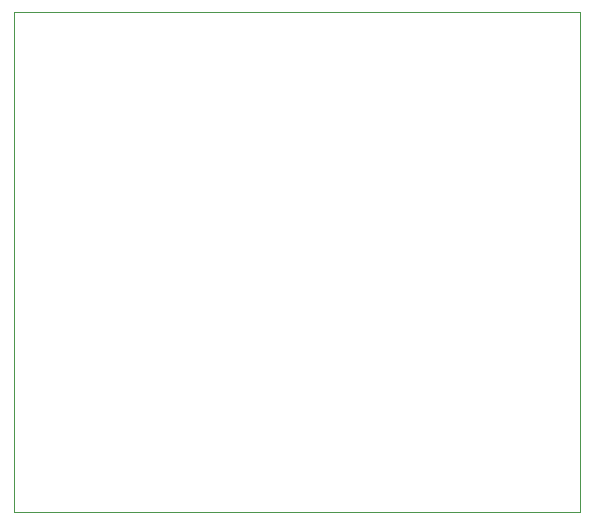
<source format=gbr>
%TF.GenerationSoftware,KiCad,Pcbnew,8.0.2-8.0.2-0~ubuntu20.04.1*%
%TF.CreationDate,2024-06-01T01:08:57-05:00*%
%TF.ProjectId,coral_b2b_breakout,636f7261-6c5f-4623-9262-5f627265616b,rev?*%
%TF.SameCoordinates,Original*%
%TF.FileFunction,Profile,NP*%
%FSLAX46Y46*%
G04 Gerber Fmt 4.6, Leading zero omitted, Abs format (unit mm)*
G04 Created by KiCad (PCBNEW 8.0.2-8.0.2-0~ubuntu20.04.1) date 2024-06-01 01:08:57*
%MOMM*%
%LPD*%
G01*
G04 APERTURE LIST*
%TA.AperFunction,Profile*%
%ADD10C,0.050000*%
%TD*%
G04 APERTURE END LIST*
D10*
X128750000Y-62475000D02*
X176600000Y-62475000D01*
X176600000Y-104800000D01*
X128750000Y-104800000D01*
X128750000Y-62475000D01*
M02*

</source>
